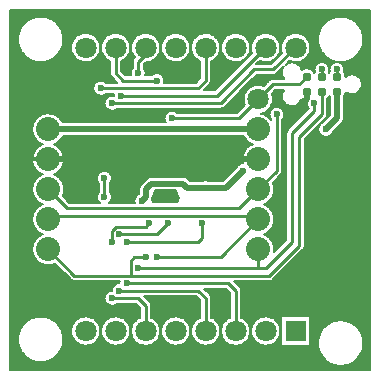
<source format=gtl>
G04 DipTrace 2.4.0.1*
%INminishift.front.gtl*%
%MOIN*%
%ADD13C,0.02*%
%ADD15C,0.01*%
%ADD16C,0.006*%
%ADD17C,0.013*%
%ADD19C,0.08*%
%ADD23R,0.0709X0.0709*%
%ADD24C,0.0709*%
%ADD27C,0.031*%
%ADD29C,0.0236*%
%FSLAX44Y44*%
G04*
G70*
G90*
G75*
G01*
%LNTop*%
%LPD*%
X14125Y13500D2*
D13*
Y13250D1*
X13375Y12500D1*
Y11250D1*
X12500D2*
X5500D1*
X8430Y10305D2*
X8875Y10750D1*
X10438D1*
X12500Y9250D2*
D15*
X12250D1*
X12125Y9375D1*
X5625D1*
X5500Y9250D1*
X9124Y8000D2*
X11250D1*
X12500Y9250D1*
X15125Y14000D2*
Y14250D1*
X14375Y13125D2*
Y12875D1*
X13625Y12125D1*
Y8500D1*
X12750Y7625D1*
X12500D1*
X8494D1*
X12500Y8250D2*
Y7625D1*
X8750Y8000D2*
X8375D1*
X8250Y7875D1*
Y7375D1*
X12875D1*
X13875Y8375D1*
Y12000D1*
X14625Y12750D1*
Y13500D1*
X5500Y8250D2*
X6375Y7375D1*
X8250D1*
X10750Y14975D2*
Y13875D1*
X10500Y13625D1*
X7250D1*
X7375Y10625D2*
Y10000D1*
X9500Y9125D2*
X9125Y8750D1*
X7875D1*
Y6875D2*
X10500D1*
X10750Y6625D1*
Y5526D1*
X7750Y14975D2*
Y14125D1*
X8000Y13875D1*
X9124D1*
X8875Y9125D2*
X8750Y9000D1*
X7750D1*
X7625Y8875D1*
Y8500D1*
Y6625D2*
X8500D1*
X8750Y6375D1*
Y5526D1*
Y14975D2*
Y14750D1*
X8500Y14500D1*
Y14125D1*
X7943Y13375D2*
X11125D1*
X12725Y14975D1*
X12750D1*
X13750D2*
X13725D1*
X13000Y14250D1*
X12375D1*
X11250Y13125D1*
X7625D1*
X11750Y5526D2*
Y6875D1*
X11500Y7125D1*
X8125D1*
Y8500D2*
X10500D1*
X10625Y8625D1*
Y9125D1*
X14125Y14000D2*
X13875Y13750D1*
X13000D1*
X12500Y13250D1*
X9625Y12625D2*
X11875D1*
X12500Y13250D1*
X14625Y14000D2*
Y14250D1*
X12500Y10250D2*
X13125Y10875D1*
Y12750D1*
X5500Y10250D2*
X6125Y9625D1*
X11875D1*
X12500Y10250D1*
X5500Y12250D2*
D13*
X12500D1*
X15125Y13500D2*
Y12625D1*
X14750Y12250D1*
X10750Y10305D2*
X10133D1*
X10000Y10438D1*
X8938D1*
X8750Y10250D1*
Y10000D1*
X8625Y9875D1*
X10750Y10305D2*
X11430D1*
X12000Y10875D1*
D29*
X13375Y11250D3*
X8430Y10305D3*
X10438Y10750D3*
X9124Y8000D3*
X15125Y14250D3*
X14375Y13125D3*
X8494Y7625D3*
X8750Y8000D3*
X7250Y13625D3*
X7375Y10625D3*
Y10000D3*
X9500Y9125D3*
X7875Y8750D3*
Y6875D3*
X9124Y13875D3*
X8875Y9125D3*
X7625Y8500D3*
Y6625D3*
X8500Y14125D3*
X7943Y13375D3*
X7625Y13125D3*
X8125Y7125D3*
Y8500D3*
X10625Y9125D3*
X9625Y12625D3*
X14625Y14250D3*
X13125Y12750D3*
X14625Y14250D3*
X14750Y12250D3*
X10750Y10305D3*
X8625Y9875D3*
X12000Y10875D3*
X10750Y10305D3*
X4233Y16178D2*
D16*
X16232D1*
X4233Y16120D2*
X16232D1*
X4233Y16061D2*
X16232D1*
X4233Y16002D2*
X5157D1*
X5343D2*
X15157D1*
X15344D2*
X16232D1*
X4233Y15944D2*
X4940D1*
X5560D2*
X14940D1*
X15560D2*
X16232D1*
X4233Y15885D2*
X4832D1*
X5669D2*
X14831D1*
X15669D2*
X16232D1*
X4233Y15826D2*
X4753D1*
X5747D2*
X14753D1*
X15748D2*
X16232D1*
X4233Y15768D2*
X4691D1*
X5809D2*
X14691D1*
X15809D2*
X16232D1*
X4233Y15709D2*
X4641D1*
X5859D2*
X14642D1*
X15858D2*
X16232D1*
X4233Y15650D2*
X4601D1*
X5899D2*
X14601D1*
X15900D2*
X16232D1*
X4233Y15592D2*
X4568D1*
X5932D2*
X14569D1*
X15932D2*
X16232D1*
X4233Y15533D2*
X4542D1*
X5958D2*
X14541D1*
X15959D2*
X16232D1*
X4233Y15474D2*
X4520D1*
X5980D2*
X14521D1*
X15979D2*
X16232D1*
X4233Y15416D2*
X4505D1*
X5995D2*
X6539D1*
X6962D2*
X7538D1*
X7962D2*
X8539D1*
X8962D2*
X9539D1*
X9962D2*
X10538D1*
X10962D2*
X11539D1*
X11962D2*
X12539D1*
X12962D2*
X13538D1*
X13962D2*
X14505D1*
X15995D2*
X16232D1*
X4233Y15357D2*
X4494D1*
X6006D2*
X6443D1*
X7057D2*
X7444D1*
X8057D2*
X8443D1*
X9058D2*
X9443D1*
X10057D2*
X10444D1*
X11057D2*
X11443D1*
X12058D2*
X12443D1*
X13057D2*
X13444D1*
X14057D2*
X14494D1*
X16006D2*
X16232D1*
X4233Y15298D2*
X4489D1*
X6012D2*
X6380D1*
X7120D2*
X7381D1*
X8119D2*
X8381D1*
X9120D2*
X9380D1*
X10120D2*
X10381D1*
X11119D2*
X11381D1*
X12120D2*
X12380D1*
X13120D2*
X13381D1*
X14119D2*
X14489D1*
X16012D2*
X16232D1*
X4233Y15239D2*
X4487D1*
X6014D2*
X6336D1*
X7164D2*
X7336D1*
X8164D2*
X8336D1*
X9165D2*
X9336D1*
X10164D2*
X10336D1*
X11164D2*
X11336D1*
X12165D2*
X12336D1*
X13164D2*
X13336D1*
X14164D2*
X14487D1*
X16013D2*
X16232D1*
X4233Y15181D2*
X4490D1*
X6010D2*
X6304D1*
X7197D2*
X7304D1*
X8197D2*
X8303D1*
X9197D2*
X9304D1*
X10197D2*
X10304D1*
X11197D2*
X11303D1*
X12197D2*
X12304D1*
X13197D2*
X13304D1*
X14197D2*
X14490D1*
X16010D2*
X16232D1*
X4233Y15122D2*
X4498D1*
X6002D2*
X6280D1*
X7220D2*
X7280D1*
X8220D2*
X8281D1*
X9220D2*
X9280D1*
X10220D2*
X10280D1*
X11220D2*
X11281D1*
X12220D2*
X12280D1*
X13220D2*
X13280D1*
X14220D2*
X14498D1*
X16003D2*
X16232D1*
X4233Y15063D2*
X4510D1*
X5990D2*
X6266D1*
X7234D2*
X7265D1*
X8235D2*
X8266D1*
X9235D2*
X9266D1*
X10234D2*
X10265D1*
X11235D2*
X11266D1*
X12235D2*
X12266D1*
X13234D2*
X13265D1*
X14235D2*
X14510D1*
X15991D2*
X16232D1*
X4233Y15005D2*
X4528D1*
X5972D2*
X6259D1*
X14242D2*
X14528D1*
X15973D2*
X16232D1*
X4233Y14946D2*
X4550D1*
X5950D2*
X6259D1*
X14242D2*
X14551D1*
X15949D2*
X16232D1*
X4233Y14887D2*
X4579D1*
X5921D2*
X6265D1*
X7235D2*
X7266D1*
X8235D2*
X8266D1*
X9235D2*
X9265D1*
X10235D2*
X10266D1*
X11235D2*
X11266D1*
X12235D2*
X12265D1*
X13235D2*
X13266D1*
X14235D2*
X14580D1*
X15921D2*
X16232D1*
X4233Y14829D2*
X4615D1*
X5885D2*
X6280D1*
X7220D2*
X7280D1*
X8221D2*
X8280D1*
X9221D2*
X9280D1*
X10220D2*
X10280D1*
X11221D2*
X11280D1*
X12221D2*
X12280D1*
X13220D2*
X13280D1*
X14221D2*
X14615D1*
X15886D2*
X16232D1*
X4233Y14770D2*
X4658D1*
X5842D2*
X6303D1*
X7198D2*
X7303D1*
X8198D2*
X8302D1*
X9197D2*
X9303D1*
X10198D2*
X10303D1*
X11198D2*
X11302D1*
X12197D2*
X12257D1*
X13198D2*
X13256D1*
X14198D2*
X14659D1*
X15841D2*
X16232D1*
X4233Y14711D2*
X4713D1*
X5789D2*
X6335D1*
X7166D2*
X7335D1*
X8165D2*
X8335D1*
X9166D2*
X9335D1*
X10166D2*
X10335D1*
X11165D2*
X11335D1*
X12166D2*
X12197D1*
X13166D2*
X13198D1*
X14165D2*
X14712D1*
X15788D2*
X16232D1*
X4233Y14653D2*
X4779D1*
X5721D2*
X6379D1*
X7121D2*
X7380D1*
X8121D2*
X8379D1*
X9121D2*
X9379D1*
X10121D2*
X10380D1*
X11121D2*
X11379D1*
X14121D2*
X14779D1*
X15721D2*
X16232D1*
X4233Y14594D2*
X4866D1*
X5634D2*
X6441D1*
X7059D2*
X7441D1*
X8059D2*
X8338D1*
X9060D2*
X9441D1*
X10059D2*
X10441D1*
X11059D2*
X11441D1*
X14059D2*
X14867D1*
X15634D2*
X16232D1*
X4233Y14535D2*
X4995D1*
X5506D2*
X6535D1*
X6965D2*
X7535D1*
X7966D2*
X8315D1*
X8965D2*
X9535D1*
X9965D2*
X10535D1*
X10966D2*
X11535D1*
X11965D2*
X12021D1*
X12965D2*
X13022D1*
X13966D2*
X14994D1*
X15506D2*
X16232D1*
X4233Y14477D2*
X7562D1*
X7938D2*
X8312D1*
X8740D2*
X10562D1*
X10938D2*
X11963D1*
X12490D2*
X12963D1*
X13490D2*
X13557D1*
X13694D2*
X14512D1*
X14738D2*
X15012D1*
X15239D2*
X16232D1*
X4233Y14418D2*
X7562D1*
X7938D2*
X8312D1*
X8688D2*
X10562D1*
X10938D2*
X11904D1*
X13828D2*
X14434D1*
X14817D2*
X14933D1*
X15317D2*
X16232D1*
X4233Y14359D2*
X7562D1*
X7938D2*
X8312D1*
X8688D2*
X10562D1*
X10938D2*
X11845D1*
X13890D2*
X14394D1*
X14856D2*
X14893D1*
X15357D2*
X16232D1*
X4233Y14300D2*
X7562D1*
X7938D2*
X8312D1*
X8688D2*
X10562D1*
X10938D2*
X11787D1*
X13927D2*
X14374D1*
X15376D2*
X16232D1*
X4233Y14242D2*
X7562D1*
X7938D2*
X8272D1*
X8728D2*
X10562D1*
X10938D2*
X11728D1*
X13256D2*
X13300D1*
X14286D2*
X14369D1*
X15381D2*
X16232D1*
X4233Y14183D2*
X7562D1*
X7956D2*
X8251D1*
X8750D2*
X10562D1*
X10938D2*
X11670D1*
X13197D2*
X13289D1*
X15373D2*
X16232D1*
X4233Y14124D2*
X7562D1*
X8014D2*
X8244D1*
X8757D2*
X9094D1*
X9154D2*
X10562D1*
X10938D2*
X11611D1*
X13139D2*
X13288D1*
X15391D2*
X16232D1*
X4233Y14066D2*
X7572D1*
X8073D2*
X8251D1*
X8749D2*
X8956D1*
X9293D2*
X10562D1*
X10938D2*
X11552D1*
X12454D2*
X13298D1*
X15411D2*
X15515D1*
X15736D2*
X16232D1*
X4233Y14007D2*
X7606D1*
X9343D2*
X10562D1*
X10938D2*
X11494D1*
X12396D2*
X13320D1*
X15842D2*
X16232D1*
X4233Y13948D2*
X7663D1*
X9370D2*
X10560D1*
X10938D2*
X11434D1*
X12337D2*
X13355D1*
X15898D2*
X16232D1*
X4233Y13890D2*
X7722D1*
X9380D2*
X10501D1*
X10938D2*
X11376D1*
X12278D2*
X12877D1*
X15932D2*
X16232D1*
X4233Y13831D2*
X7101D1*
X7398D2*
X7781D1*
X9376D2*
X10443D1*
X10933D2*
X11317D1*
X12220D2*
X12817D1*
X15953D2*
X16232D1*
X4233Y13772D2*
X7041D1*
X10906D2*
X11258D1*
X12161D2*
X12758D1*
X15962D2*
X16232D1*
X4233Y13714D2*
X7009D1*
X10852D2*
X11200D1*
X12103D2*
X12346D1*
X12655D2*
X12700D1*
X15961D2*
X16232D1*
X4233Y13655D2*
X6995D1*
X10794D2*
X11141D1*
X12044D2*
X12224D1*
X15949D2*
X16232D1*
X4233Y13596D2*
X6995D1*
X10735D2*
X11083D1*
X11985D2*
X12152D1*
X15926D2*
X16232D1*
X4233Y13538D2*
X7009D1*
X11926D2*
X12102D1*
X13051D2*
X13345D1*
X15886D2*
X16232D1*
X4233Y13479D2*
X7040D1*
X11867D2*
X12064D1*
X12992D2*
X13313D1*
X15823D2*
X16232D1*
X4233Y13420D2*
X7100D1*
X7399D2*
X7691D1*
X11809D2*
X12038D1*
X12962D2*
X13294D1*
X15407D2*
X15580D1*
X15670D2*
X16232D1*
X4233Y13361D2*
X7535D1*
X11750D2*
X12020D1*
X12980D2*
X13287D1*
X15383D2*
X16232D1*
X4233Y13303D2*
X7443D1*
X11691D2*
X12010D1*
X12990D2*
X13291D1*
X14840D2*
X14887D1*
X15363D2*
X16232D1*
X4233Y13244D2*
X7399D1*
X11633D2*
X12007D1*
X12992D2*
X13305D1*
X13946D2*
X13989D1*
X14813D2*
X14887D1*
X15363D2*
X16232D1*
X4233Y13185D2*
X7376D1*
X11574D2*
X12012D1*
X12989D2*
X13331D1*
X13920D2*
X14126D1*
X14813D2*
X14887D1*
X15363D2*
X16232D1*
X4233Y13127D2*
X7369D1*
X11516D2*
X12023D1*
X12976D2*
X13373D1*
X13877D2*
X14119D1*
X14813D2*
X14887D1*
X15363D2*
X16232D1*
X4233Y13068D2*
X7375D1*
X11457D2*
X12043D1*
X12958D2*
X13444D1*
X13807D2*
X14125D1*
X14813D2*
X14887D1*
X15363D2*
X16232D1*
X4233Y13009D2*
X7397D1*
X11398D2*
X11996D1*
X12929D2*
X14148D1*
X14813D2*
X14887D1*
X15363D2*
X16232D1*
X4233Y12951D2*
X7440D1*
X11308D2*
X11937D1*
X12889D2*
X12969D1*
X13281D2*
X14187D1*
X14813D2*
X14887D1*
X15363D2*
X16232D1*
X4233Y12892D2*
X7529D1*
X7721D2*
X11878D1*
X12836D2*
X12913D1*
X13337D2*
X14128D1*
X14813D2*
X14887D1*
X15363D2*
X16232D1*
X4233Y12833D2*
X9480D1*
X9770D2*
X11820D1*
X12757D2*
X12883D1*
X13367D2*
X14070D1*
X14813D2*
X14887D1*
X15363D2*
X16232D1*
X4233Y12775D2*
X5404D1*
X5597D2*
X9418D1*
X12609D2*
X12870D1*
X13381D2*
X14011D1*
X14813D2*
X14887D1*
X15363D2*
X16232D1*
X4233Y12716D2*
X5237D1*
X5764D2*
X9386D1*
X12764D2*
X12871D1*
X13380D2*
X13953D1*
X14810D2*
X14882D1*
X15363D2*
X16232D1*
X4233Y12657D2*
X5151D1*
X5850D2*
X9371D1*
X12849D2*
X12887D1*
X13364D2*
X13894D1*
X14788D2*
X14823D1*
X15363D2*
X16232D1*
X4233Y12599D2*
X5091D1*
X5909D2*
X9370D1*
X13331D2*
X13834D1*
X15361D2*
X16232D1*
X4233Y12540D2*
X5047D1*
X5953D2*
X9384D1*
X13313D2*
X13776D1*
X15347D2*
X16232D1*
X4233Y12481D2*
X5014D1*
X13313D2*
X13717D1*
X15314D2*
X16232D1*
X4233Y12422D2*
X4991D1*
X13313D2*
X13659D1*
X15257D2*
X16232D1*
X4233Y12364D2*
X4974D1*
X13313D2*
X13600D1*
X15198D2*
X16232D1*
X4233Y12305D2*
X4965D1*
X13313D2*
X13541D1*
X14444D2*
X14500D1*
X15139D2*
X16232D1*
X4233Y12246D2*
X4962D1*
X13313D2*
X13483D1*
X14386D2*
X14494D1*
X15081D2*
X16232D1*
X4233Y12188D2*
X4966D1*
X13313D2*
X13448D1*
X14326D2*
X14502D1*
X15022D2*
X16232D1*
X4233Y12129D2*
X4976D1*
X13313D2*
X13437D1*
X14267D2*
X14525D1*
X14975D2*
X16232D1*
X4233Y12070D2*
X4993D1*
X13313D2*
X13437D1*
X14209D2*
X14570D1*
X14930D2*
X16232D1*
X4233Y12012D2*
X5018D1*
X5982D2*
X12019D1*
X13313D2*
X13437D1*
X14150D2*
X14668D1*
X14833D2*
X16232D1*
X4233Y11953D2*
X5053D1*
X5948D2*
X12052D1*
X13313D2*
X13437D1*
X14092D2*
X16232D1*
X4233Y11894D2*
X5099D1*
X5902D2*
X12098D1*
X13313D2*
X13437D1*
X14063D2*
X16232D1*
X4233Y11836D2*
X5161D1*
X5840D2*
X12160D1*
X13313D2*
X13437D1*
X14063D2*
X16232D1*
X4233Y11777D2*
X5251D1*
X5750D2*
X12251D1*
X13313D2*
X13437D1*
X14063D2*
X16232D1*
X4233Y11718D2*
X5240D1*
X5760D2*
X12241D1*
X13313D2*
X13437D1*
X14063D2*
X16232D1*
X4233Y11660D2*
X5154D1*
X5847D2*
X12154D1*
X13313D2*
X13437D1*
X14063D2*
X16232D1*
X4233Y11601D2*
X5094D1*
X5907D2*
X12094D1*
X13313D2*
X13437D1*
X14063D2*
X16232D1*
X4233Y11542D2*
X5049D1*
X5951D2*
X12049D1*
X13313D2*
X13437D1*
X14063D2*
X16232D1*
X4233Y11483D2*
X5015D1*
X5985D2*
X12016D1*
X13313D2*
X13437D1*
X14063D2*
X16232D1*
X4233Y11425D2*
X4991D1*
X6009D2*
X11991D1*
X13313D2*
X13437D1*
X14063D2*
X16232D1*
X4233Y11366D2*
X4975D1*
X6026D2*
X11974D1*
X13313D2*
X13437D1*
X14063D2*
X16232D1*
X4233Y11307D2*
X4965D1*
X6035D2*
X11965D1*
X13313D2*
X13437D1*
X14063D2*
X16232D1*
X4233Y11249D2*
X4962D1*
X6038D2*
X11962D1*
X13313D2*
X13437D1*
X14063D2*
X16232D1*
X4233Y11190D2*
X4966D1*
X6035D2*
X11965D1*
X13313D2*
X13437D1*
X14063D2*
X16232D1*
X4233Y11131D2*
X4975D1*
X6025D2*
X11975D1*
X13313D2*
X13437D1*
X14063D2*
X16232D1*
X4233Y11073D2*
X4992D1*
X6008D2*
X11840D1*
X13313D2*
X13437D1*
X14063D2*
X16232D1*
X4233Y11014D2*
X5017D1*
X5983D2*
X11786D1*
X13313D2*
X13437D1*
X14063D2*
X16232D1*
X4233Y10955D2*
X5051D1*
X5949D2*
X11746D1*
X13313D2*
X13437D1*
X14063D2*
X16232D1*
X4233Y10897D2*
X5096D1*
X5904D2*
X11688D1*
X13313D2*
X13437D1*
X14063D2*
X16232D1*
X4233Y10838D2*
X5158D1*
X5843D2*
X7237D1*
X7514D2*
X11629D1*
X13309D2*
X13437D1*
X14063D2*
X16232D1*
X4233Y10779D2*
X5246D1*
X5754D2*
X7172D1*
X7578D2*
X11569D1*
X13286D2*
X13437D1*
X14063D2*
X16232D1*
X4233Y10721D2*
X5245D1*
X5755D2*
X7138D1*
X7613D2*
X11511D1*
X13234D2*
X13437D1*
X14063D2*
X16232D1*
X4233Y10662D2*
X5157D1*
X5844D2*
X7122D1*
X7629D2*
X8871D1*
X10067D2*
X11452D1*
X13175D2*
X13437D1*
X14063D2*
X16232D1*
X4233Y10603D2*
X5096D1*
X5905D2*
X7120D1*
X7631D2*
X8769D1*
X10170D2*
X11394D1*
X13117D2*
X13437D1*
X14063D2*
X16232D1*
X4233Y10544D2*
X5051D1*
X5950D2*
X7132D1*
X7619D2*
X8710D1*
X10228D2*
X10670D1*
X10831D2*
X11335D1*
X13058D2*
X13437D1*
X14063D2*
X16232D1*
X4233Y10486D2*
X5017D1*
X5984D2*
X7161D1*
X7590D2*
X8651D1*
X13000D2*
X13437D1*
X14063D2*
X16232D1*
X4233Y10427D2*
X4992D1*
X6008D2*
X7187D1*
X7563D2*
X8593D1*
X13008D2*
X13437D1*
X14063D2*
X16232D1*
X4233Y10368D2*
X4975D1*
X6025D2*
X7187D1*
X7563D2*
X8544D1*
X13025D2*
X13437D1*
X14063D2*
X16232D1*
X4233Y10310D2*
X4966D1*
X6035D2*
X7187D1*
X7563D2*
X8520D1*
X13036D2*
X13437D1*
X14063D2*
X16232D1*
X4233Y10251D2*
X4962D1*
X6038D2*
X7187D1*
X7563D2*
X8512D1*
X13038D2*
X13437D1*
X14063D2*
X16232D1*
X4233Y10192D2*
X4965D1*
X6035D2*
X7187D1*
X7563D2*
X8512D1*
X13036D2*
X13437D1*
X14063D2*
X16232D1*
X4233Y10134D2*
X4975D1*
X6026D2*
X7158D1*
X7593D2*
X8512D1*
X13025D2*
X13437D1*
X14063D2*
X16232D1*
X4233Y10075D2*
X4992D1*
X6009D2*
X7130D1*
X7621D2*
X8468D1*
X13008D2*
X13437D1*
X14063D2*
X16232D1*
X4233Y10016D2*
X5016D1*
X5998D2*
X7119D1*
X7631D2*
X8412D1*
X12984D2*
X13437D1*
X14063D2*
X16232D1*
X4233Y9958D2*
X5049D1*
X6057D2*
X7123D1*
X7628D2*
X8383D1*
X12951D2*
X13437D1*
X14063D2*
X16232D1*
X4233Y9899D2*
X5094D1*
X6115D2*
X7140D1*
X7610D2*
X8370D1*
X12906D2*
X13437D1*
X14063D2*
X16232D1*
X4233Y9840D2*
X5155D1*
X6174D2*
X7176D1*
X7574D2*
X8372D1*
X12845D2*
X13437D1*
X14063D2*
X16232D1*
X4233Y9782D2*
X5242D1*
X12759D2*
X13437D1*
X14063D2*
X16232D1*
X4233Y9723D2*
X5250D1*
X12751D2*
X13437D1*
X14063D2*
X16232D1*
X4233Y9664D2*
X5160D1*
X12841D2*
X13437D1*
X14063D2*
X16232D1*
X4233Y9605D2*
X5098D1*
X12902D2*
X13437D1*
X14063D2*
X16232D1*
X4233Y9547D2*
X5052D1*
X12948D2*
X13437D1*
X14063D2*
X16232D1*
X4233Y9488D2*
X5018D1*
X12982D2*
X13437D1*
X14063D2*
X16232D1*
X4233Y9429D2*
X4993D1*
X13007D2*
X13437D1*
X14063D2*
X16232D1*
X4233Y9371D2*
X4976D1*
X13024D2*
X13437D1*
X14063D2*
X16232D1*
X4233Y9312D2*
X4966D1*
X13035D2*
X13437D1*
X14063D2*
X16232D1*
X4233Y9253D2*
X4962D1*
X13038D2*
X13437D1*
X14063D2*
X16232D1*
X4233Y9195D2*
X4965D1*
X13036D2*
X13437D1*
X14063D2*
X16232D1*
X4233Y9136D2*
X4974D1*
X13026D2*
X13437D1*
X14063D2*
X16232D1*
X4233Y9077D2*
X4991D1*
X13009D2*
X13437D1*
X14063D2*
X16232D1*
X4233Y9019D2*
X5015D1*
X12986D2*
X13437D1*
X14063D2*
X16232D1*
X4233Y8960D2*
X5048D1*
X12952D2*
X13437D1*
X14063D2*
X16232D1*
X4233Y8901D2*
X5092D1*
X12908D2*
X13437D1*
X14063D2*
X16232D1*
X4233Y8843D2*
X5152D1*
X12848D2*
X13437D1*
X14063D2*
X16232D1*
X4233Y8784D2*
X5238D1*
X12763D2*
X13437D1*
X14063D2*
X16232D1*
X4233Y8725D2*
X5254D1*
X12747D2*
X13437D1*
X14063D2*
X16232D1*
X4233Y8666D2*
X5163D1*
X12838D2*
X13437D1*
X14063D2*
X16232D1*
X4233Y8608D2*
X5100D1*
X12901D2*
X13437D1*
X14063D2*
X16232D1*
X4233Y8549D2*
X5054D1*
X12946D2*
X13411D1*
X14063D2*
X16232D1*
X4233Y8490D2*
X5019D1*
X12981D2*
X13352D1*
X14063D2*
X16232D1*
X4233Y8432D2*
X4994D1*
X13006D2*
X13293D1*
X14063D2*
X16232D1*
X4233Y8373D2*
X4976D1*
X13024D2*
X13234D1*
X14063D2*
X16232D1*
X4233Y8314D2*
X4966D1*
X13035D2*
X13175D1*
X14053D2*
X16232D1*
X4233Y8256D2*
X4962D1*
X13038D2*
X13117D1*
X14019D2*
X16232D1*
X4233Y8197D2*
X4965D1*
X13961D2*
X16232D1*
X4233Y8138D2*
X4974D1*
X13902D2*
X16232D1*
X4233Y8080D2*
X4990D1*
X13844D2*
X16232D1*
X4233Y8021D2*
X5014D1*
X13785D2*
X16232D1*
X4233Y7962D2*
X5046D1*
X13726D2*
X16232D1*
X4233Y7904D2*
X5090D1*
X13667D2*
X16232D1*
X4233Y7845D2*
X5149D1*
X13608D2*
X16232D1*
X4233Y7786D2*
X5234D1*
X13550D2*
X16232D1*
X4233Y7727D2*
X5394D1*
X5607D2*
X5759D1*
X13491D2*
X16232D1*
X4233Y7669D2*
X5818D1*
X13432D2*
X16232D1*
X4233Y7610D2*
X5877D1*
X13374D2*
X16232D1*
X4233Y7551D2*
X5935D1*
X13315D2*
X16232D1*
X4233Y7493D2*
X5994D1*
X13257D2*
X16232D1*
X4233Y7434D2*
X6052D1*
X13198D2*
X16232D1*
X4233Y7375D2*
X6111D1*
X13139D2*
X16232D1*
X4233Y7317D2*
X6170D1*
X13081D2*
X16232D1*
X4233Y7258D2*
X6229D1*
X13021D2*
X16232D1*
X4233Y7199D2*
X6321D1*
X12929D2*
X16232D1*
X4233Y7141D2*
X7869D1*
X11748D2*
X16232D1*
X4233Y7082D2*
X7728D1*
X11807D2*
X16232D1*
X4233Y7023D2*
X7668D1*
X11866D2*
X16232D1*
X4233Y6965D2*
X7636D1*
X11915D2*
X16232D1*
X4233Y6906D2*
X7621D1*
X10733D2*
X11456D1*
X11936D2*
X16232D1*
X4233Y6847D2*
X7504D1*
X10792D2*
X11514D1*
X11939D2*
X16232D1*
X4233Y6788D2*
X7429D1*
X10850D2*
X11562D1*
X11939D2*
X16232D1*
X4233Y6730D2*
X7392D1*
X10906D2*
X11562D1*
X11939D2*
X16232D1*
X4233Y6671D2*
X7373D1*
X8718D2*
X10441D1*
X10933D2*
X11562D1*
X11939D2*
X16232D1*
X4233Y6612D2*
X7369D1*
X8776D2*
X10499D1*
X10938D2*
X11562D1*
X11939D2*
X16232D1*
X4233Y6554D2*
X7379D1*
X8836D2*
X10558D1*
X10938D2*
X11562D1*
X11939D2*
X16232D1*
X4233Y6495D2*
X7405D1*
X8894D2*
X10562D1*
X10938D2*
X11562D1*
X11939D2*
X16232D1*
X4233Y6436D2*
X7455D1*
X7796D2*
X8425D1*
X8928D2*
X10562D1*
X10938D2*
X11562D1*
X11939D2*
X16232D1*
X4233Y6378D2*
X7581D1*
X7669D2*
X8484D1*
X8939D2*
X10562D1*
X10938D2*
X11562D1*
X11939D2*
X16232D1*
X4233Y6319D2*
X8542D1*
X8939D2*
X10562D1*
X10938D2*
X11562D1*
X11939D2*
X16232D1*
X4233Y6260D2*
X8562D1*
X8939D2*
X10562D1*
X10938D2*
X11562D1*
X11939D2*
X16232D1*
X4233Y6202D2*
X8562D1*
X8939D2*
X10562D1*
X10938D2*
X11562D1*
X11939D2*
X16232D1*
X4233Y6143D2*
X8562D1*
X8939D2*
X10562D1*
X10938D2*
X11562D1*
X11939D2*
X16232D1*
X4233Y6084D2*
X8562D1*
X8939D2*
X10562D1*
X10938D2*
X11562D1*
X11939D2*
X16232D1*
X4233Y6026D2*
X8562D1*
X8939D2*
X10562D1*
X10938D2*
X11562D1*
X11939D2*
X16232D1*
X4233Y5967D2*
X4999D1*
X5501D2*
X6539D1*
X6961D2*
X7538D1*
X7962D2*
X8539D1*
X8962D2*
X9539D1*
X9961D2*
X10538D1*
X10962D2*
X11539D1*
X11962D2*
X12539D1*
X12961D2*
X13258D1*
X14243D2*
X16232D1*
X4233Y5908D2*
X4869D1*
X5631D2*
X6443D1*
X7057D2*
X7444D1*
X8057D2*
X8443D1*
X9057D2*
X9443D1*
X10057D2*
X10444D1*
X11057D2*
X11443D1*
X12057D2*
X12443D1*
X13057D2*
X13258D1*
X14243D2*
X16232D1*
X4233Y5849D2*
X4781D1*
X5719D2*
X6380D1*
X7120D2*
X7381D1*
X8119D2*
X8381D1*
X9120D2*
X9380D1*
X10120D2*
X10381D1*
X11119D2*
X11381D1*
X12120D2*
X12380D1*
X13120D2*
X13258D1*
X14243D2*
X15025D1*
X15476D2*
X16232D1*
X4233Y5791D2*
X4714D1*
X5787D2*
X6336D1*
X7164D2*
X7336D1*
X8164D2*
X8336D1*
X9165D2*
X9336D1*
X10164D2*
X10336D1*
X11164D2*
X11336D1*
X12165D2*
X12336D1*
X13164D2*
X13258D1*
X14243D2*
X14884D1*
X15616D2*
X16232D1*
X4233Y5732D2*
X4660D1*
X5840D2*
X6304D1*
X7197D2*
X7304D1*
X8197D2*
X8303D1*
X9196D2*
X9304D1*
X10197D2*
X10304D1*
X11197D2*
X11303D1*
X12196D2*
X12304D1*
X13197D2*
X13258D1*
X14243D2*
X14793D1*
X15709D2*
X16232D1*
X4233Y5673D2*
X4616D1*
X5884D2*
X6280D1*
X7220D2*
X7280D1*
X8220D2*
X8281D1*
X9220D2*
X9280D1*
X10220D2*
X10280D1*
X11220D2*
X11281D1*
X12220D2*
X12280D1*
X13220D2*
X13258D1*
X14243D2*
X14723D1*
X15779D2*
X16232D1*
X4233Y5615D2*
X4580D1*
X5920D2*
X6266D1*
X7234D2*
X7265D1*
X8235D2*
X8266D1*
X9235D2*
X9266D1*
X10234D2*
X10265D1*
X11235D2*
X11266D1*
X12235D2*
X12266D1*
X14243D2*
X14667D1*
X15834D2*
X16232D1*
X4233Y5556D2*
X4551D1*
X5949D2*
X6259D1*
X14243D2*
X14622D1*
X15879D2*
X16232D1*
X4233Y5497D2*
X4529D1*
X5972D2*
X6259D1*
X14243D2*
X14585D1*
X15916D2*
X16232D1*
X4233Y5439D2*
X4511D1*
X5989D2*
X6265D1*
X7235D2*
X7266D1*
X8235D2*
X8266D1*
X9235D2*
X9265D1*
X10235D2*
X10266D1*
X11235D2*
X11266D1*
X12235D2*
X12265D1*
X14243D2*
X14555D1*
X15946D2*
X16232D1*
X4233Y5380D2*
X4498D1*
X6002D2*
X6280D1*
X7220D2*
X7280D1*
X8221D2*
X8280D1*
X9221D2*
X9280D1*
X10220D2*
X10280D1*
X11221D2*
X11280D1*
X12221D2*
X12280D1*
X13220D2*
X13258D1*
X14243D2*
X14532D1*
X15970D2*
X16232D1*
X4233Y5321D2*
X4490D1*
X6010D2*
X6303D1*
X7198D2*
X7303D1*
X8198D2*
X8302D1*
X9197D2*
X9303D1*
X10198D2*
X10303D1*
X11198D2*
X11302D1*
X12197D2*
X12303D1*
X13198D2*
X13258D1*
X14243D2*
X14513D1*
X15988D2*
X16232D1*
X4233Y5263D2*
X4487D1*
X6014D2*
X6334D1*
X7166D2*
X7335D1*
X8165D2*
X8335D1*
X9166D2*
X9334D1*
X10166D2*
X10335D1*
X11165D2*
X11335D1*
X12166D2*
X12334D1*
X13166D2*
X13258D1*
X14243D2*
X14500D1*
X16002D2*
X16232D1*
X4233Y5204D2*
X4489D1*
X6012D2*
X6379D1*
X7121D2*
X7379D1*
X8121D2*
X8379D1*
X9121D2*
X9379D1*
X10121D2*
X10379D1*
X11121D2*
X11379D1*
X12121D2*
X12379D1*
X13121D2*
X13258D1*
X14243D2*
X14492D1*
X16010D2*
X16232D1*
X4233Y5145D2*
X4494D1*
X6006D2*
X6441D1*
X7059D2*
X7441D1*
X8059D2*
X8441D1*
X9060D2*
X9441D1*
X10059D2*
X10441D1*
X11059D2*
X11441D1*
X12060D2*
X12441D1*
X13059D2*
X13258D1*
X14243D2*
X14488D1*
X16014D2*
X16232D1*
X4233Y5087D2*
X4504D1*
X5996D2*
X6535D1*
X6965D2*
X7534D1*
X7966D2*
X8535D1*
X8966D2*
X9535D1*
X9965D2*
X10534D1*
X10966D2*
X11535D1*
X11966D2*
X12535D1*
X12965D2*
X13258D1*
X14243D2*
X14489D1*
X16013D2*
X16232D1*
X4233Y5028D2*
X4520D1*
X5980D2*
X14494D1*
X16007D2*
X16232D1*
X4233Y4969D2*
X4541D1*
X5959D2*
X14504D1*
X15998D2*
X16232D1*
X4233Y4910D2*
X4567D1*
X5933D2*
X14518D1*
X15983D2*
X16232D1*
X4233Y4852D2*
X4600D1*
X5900D2*
X14539D1*
X15963D2*
X16232D1*
X4233Y4793D2*
X4640D1*
X5860D2*
X14564D1*
X15937D2*
X16232D1*
X4233Y4734D2*
X4690D1*
X5810D2*
X14596D1*
X15906D2*
X16232D1*
X4233Y4676D2*
X4751D1*
X5749D2*
X14635D1*
X15867D2*
X16232D1*
X4233Y4617D2*
X4829D1*
X5671D2*
X14683D1*
X15819D2*
X16232D1*
X4233Y4558D2*
X4937D1*
X5564D2*
X14742D1*
X15760D2*
X16232D1*
X4233Y4500D2*
X5144D1*
X5357D2*
X14817D1*
X15684D2*
X16232D1*
X4233Y4441D2*
X14919D1*
X15583D2*
X16232D1*
X4233Y4382D2*
X15095D1*
X15406D2*
X16232D1*
X4233Y4324D2*
X16232D1*
X4233Y4265D2*
X16232D1*
X5724Y7767D2*
X5673Y7747D1*
X5616Y7730D1*
X5556Y7721D1*
X5496Y7718D1*
X5437Y7722D1*
X5378Y7732D1*
X5320Y7749D1*
X5265Y7773D1*
X5213Y7802D1*
X5164Y7837D1*
X5120Y7878D1*
X5080Y7923D1*
X5046Y7972D1*
X5018Y8025D1*
X4996Y8081D1*
X4980Y8138D1*
X4970Y8198D1*
X4968Y8258D1*
X4972Y8317D1*
X4983Y8376D1*
X5000Y8434D1*
X5024Y8489D1*
X5054Y8541D1*
X5090Y8589D1*
X5130Y8633D1*
X5176Y8672D1*
X5225Y8706D1*
X5278Y8734D1*
X5317Y8750D1*
X5265Y8773D1*
X5213Y8802D1*
X5164Y8837D1*
X5120Y8878D1*
X5080Y8923D1*
X5046Y8972D1*
X5018Y9025D1*
X4996Y9081D1*
X4980Y9138D1*
X4970Y9198D1*
X4968Y9258D1*
X4972Y9317D1*
X4983Y9376D1*
X5000Y9434D1*
X5024Y9489D1*
X5054Y9541D1*
X5090Y9589D1*
X5130Y9633D1*
X5176Y9672D1*
X5225Y9706D1*
X5278Y9734D1*
X5317Y9750D1*
X5265Y9773D1*
X5213Y9802D1*
X5164Y9837D1*
X5120Y9878D1*
X5080Y9923D1*
X5046Y9972D1*
X5018Y10025D1*
X4996Y10081D1*
X4980Y10138D1*
X4970Y10198D1*
X4968Y10258D1*
X4972Y10317D1*
X4983Y10376D1*
X5000Y10434D1*
X5024Y10489D1*
X5054Y10541D1*
X5090Y10589D1*
X5130Y10633D1*
X5176Y10672D1*
X5225Y10706D1*
X5278Y10734D1*
X5317Y10750D1*
X5265Y10773D1*
X5218Y10799D1*
X5173Y10830D1*
X5133Y10865D1*
X5095Y10904D1*
X5063Y10947D1*
X5034Y10993D1*
X5010Y11041D1*
X4992Y11092D1*
X4978Y11144D1*
X4970Y11198D1*
X4968Y11252D1*
X4971Y11305D1*
X4979Y11359D1*
X4993Y11411D1*
X5012Y11462D1*
X5035Y11510D1*
X5064Y11556D1*
X5097Y11598D1*
X5135Y11637D1*
X5176Y11672D1*
X5220Y11703D1*
X5267Y11729D1*
X5318Y11750D1*
X5265Y11773D1*
X5213Y11802D1*
X5164Y11837D1*
X5120Y11878D1*
X5080Y11923D1*
X5046Y11972D1*
X5018Y12025D1*
X4996Y12081D1*
X4980Y12138D1*
X4970Y12198D1*
X4968Y12258D1*
X4972Y12317D1*
X4983Y12376D1*
X5000Y12434D1*
X5024Y12489D1*
X5054Y12541D1*
X5090Y12589D1*
X5130Y12633D1*
X5176Y12672D1*
X5225Y12706D1*
X5278Y12734D1*
X5334Y12756D1*
X5392Y12771D1*
X5451Y12780D1*
X5511Y12782D1*
X5571Y12778D1*
X5630Y12767D1*
X5687Y12749D1*
X5742Y12724D1*
X5794Y12694D1*
X5842Y12658D1*
X5886Y12617D1*
X5925Y12572D1*
X5958Y12522D1*
X5979Y12483D1*
X6430D1*
X9420D1*
X9406Y12504D1*
X9393Y12531D1*
X9384Y12559D1*
X9377Y12588D1*
X9375Y12618D1*
X9376Y12648D1*
X9380Y12678D1*
X9388Y12707D1*
X9400Y12734D1*
X9414Y12761D1*
X9432Y12785D1*
X9453Y12807D1*
X9475Y12826D1*
X9500Y12842D1*
X9527Y12856D1*
X9556Y12866D1*
X9585Y12872D1*
X9615Y12875D1*
X9645D1*
X9674Y12871D1*
X9703Y12863D1*
X9731Y12852D1*
X9758Y12838D1*
X9797Y12807D1*
X11799Y12808D1*
X12052Y13060D1*
X12036Y13103D1*
X12022Y13162D1*
X12014Y13221D1*
Y13281D1*
X12022Y13341D1*
X12037Y13399D1*
X12058Y13455D1*
X12087Y13507D1*
X12122Y13556D1*
X12162Y13600D1*
X12208Y13639D1*
X12258Y13672D1*
X12312Y13699D1*
X12368Y13719D1*
X12427Y13731D1*
X12487Y13737D1*
X12546Y13735D1*
X12606Y13725D1*
X12663Y13709D1*
X12690Y13698D1*
X12871Y13879D1*
X12894Y13899D1*
X12920Y13914D1*
X12948Y13925D1*
X12977Y13931D1*
X13000Y13933D1*
X13374D1*
X13354Y13959D1*
X13324Y14010D1*
X13303Y14067D1*
X13294Y14126D1*
X13295Y14186D1*
X13306Y14245D1*
X13329Y14300D1*
X13360Y14351D1*
X13366Y14358D1*
X13129Y14121D1*
X13106Y14102D1*
X13081Y14086D1*
X13053Y14075D1*
X13023Y14069D1*
X13000Y14068D1*
X12450D1*
X12228Y13845D1*
X11379Y12996D1*
X11357Y12977D1*
X11331Y12962D1*
X11303Y12951D1*
X11274Y12945D1*
X11250Y12943D1*
X7796D1*
X7769Y12921D1*
X7743Y12905D1*
X7716Y12892D1*
X7688Y12883D1*
X7658Y12877D1*
X7628Y12875D1*
X7598Y12876D1*
X7569Y12881D1*
X7540Y12890D1*
X7513Y12902D1*
X7487Y12917D1*
X7463Y12935D1*
X7441Y12955D1*
X7422Y12979D1*
X7406Y13004D1*
X7393Y13031D1*
X7383Y13059D1*
X7377Y13089D1*
X7374Y13118D1*
X7375Y13148D1*
X7380Y13178D1*
X7388Y13207D1*
X7399Y13235D1*
X7414Y13261D1*
X7432Y13285D1*
X7452Y13307D1*
X7475Y13326D1*
X7500Y13343D1*
X7527Y13356D1*
X7555Y13366D1*
X7585Y13373D1*
X7614Y13376D1*
X7644Y13375D1*
X7693Y13366D1*
X7694Y13398D1*
X7702Y13443D1*
X7420D1*
X7394Y13420D1*
X7368Y13404D1*
X7341Y13392D1*
X7313Y13383D1*
X7283Y13377D1*
X7253Y13375D1*
X7223Y13376D1*
X7194Y13381D1*
X7165Y13389D1*
X7138Y13401D1*
X7112Y13416D1*
X7088Y13434D1*
X7066Y13455D1*
X7047Y13478D1*
X7031Y13504D1*
X7018Y13531D1*
X7008Y13559D1*
X7002Y13588D1*
X6999Y13618D1*
X7000Y13648D1*
X7005Y13678D1*
X7013Y13707D1*
X7024Y13734D1*
X7039Y13761D1*
X7057Y13785D1*
X7077Y13807D1*
X7100Y13826D1*
X7125Y13842D1*
X7152Y13856D1*
X7180Y13866D1*
X7210Y13872D1*
X7239Y13875D1*
X7269D1*
X7299Y13871D1*
X7328Y13863D1*
X7356Y13852D1*
X7382Y13838D1*
X7421Y13807D1*
X7810Y13808D1*
X7621Y13996D1*
X7602Y14019D1*
X7586Y14045D1*
X7575Y14073D1*
X7569Y14102D1*
X7568Y14125D1*
Y14524D1*
X7533Y14539D1*
X7481Y14569D1*
X7433Y14605D1*
X7390Y14647D1*
X7352Y14694D1*
X7321Y14745D1*
X7296Y14799D1*
X7278Y14857D1*
X7267Y14916D1*
X7263Y14975D1*
X7267Y15035D1*
X7278Y15094D1*
X7297Y15151D1*
X7322Y15206D1*
X7354Y15257D1*
X7391Y15303D1*
X7434Y15345D1*
X7482Y15381D1*
X7534Y15411D1*
X7590Y15434D1*
X7647Y15450D1*
X7707Y15459D1*
X7767Y15461D1*
X7826Y15455D1*
X7885Y15442D1*
X7941Y15422D1*
X7995Y15395D1*
X8045Y15362D1*
X8090Y15323D1*
X8130Y15278D1*
X8165Y15229D1*
X8193Y15177D1*
X8215Y15121D1*
X8229Y15062D1*
X8236Y15003D1*
Y14945D1*
X8229Y14885D1*
X8214Y14827D1*
X8192Y14771D1*
X8164Y14718D1*
X8129Y14669D1*
X8089Y14625D1*
X8043Y14586D1*
X7993Y14553D1*
X7940Y14526D1*
X7932Y14523D1*
X7933Y14285D1*
Y14201D1*
X8076Y14057D1*
X8260Y14058D1*
X8252Y14088D1*
X8250Y14118D1*
X8251Y14148D1*
X8255Y14178D1*
X8263Y14207D1*
X8275Y14234D1*
X8289Y14261D1*
X8318Y14296D1*
Y14500D1*
X8320Y14530D1*
X8328Y14559D1*
X8340Y14587D1*
X8356Y14612D1*
X8371Y14629D1*
X8389Y14647D1*
X8352Y14694D1*
X8321Y14745D1*
X8296Y14799D1*
X8278Y14857D1*
X8267Y14916D1*
X8263Y14975D1*
X8267Y15035D1*
X8278Y15094D1*
X8297Y15151D1*
X8322Y15206D1*
X8354Y15257D1*
X8391Y15303D1*
X8434Y15345D1*
X8482Y15381D1*
X8534Y15411D1*
X8590Y15434D1*
X8647Y15450D1*
X8707Y15459D1*
X8767Y15461D1*
X8826Y15455D1*
X8885Y15442D1*
X8941Y15422D1*
X8995Y15395D1*
X9045Y15362D1*
X9090Y15323D1*
X9130Y15278D1*
X9165Y15229D1*
X9193Y15177D1*
X9215Y15121D1*
X9229Y15062D1*
X9236Y15003D1*
Y14945D1*
X9229Y14885D1*
X9214Y14827D1*
X9192Y14771D1*
X9164Y14718D1*
X9129Y14669D1*
X9089Y14625D1*
X9043Y14586D1*
X8993Y14553D1*
X8940Y14526D1*
X8883Y14506D1*
X8824Y14494D1*
X8765Y14488D1*
X8745D1*
X8682Y14424D1*
X8683Y14297D1*
X8699Y14278D1*
X8716Y14253D1*
X8729Y14226D1*
X8740Y14198D1*
X8747Y14169D1*
X8751Y14125D1*
X8749Y14095D1*
X8741Y14058D1*
X8952D1*
X9000Y14092D1*
X9026Y14106D1*
X9055Y14116D1*
X9084Y14122D1*
X9114Y14125D1*
X9144D1*
X9173Y14121D1*
X9202Y14113D1*
X9230Y14102D1*
X9257Y14088D1*
X9281Y14070D1*
X9303Y14050D1*
X9323Y14028D1*
X9340Y14003D1*
X9353Y13976D1*
X9364Y13948D1*
X9371Y13919D1*
X9375Y13875D1*
X9373Y13845D1*
X9365Y13808D1*
X10425D1*
X10568Y13951D1*
Y14523D1*
X10506Y14553D1*
X10456Y14587D1*
X10411Y14626D1*
X10371Y14670D1*
X10336Y14719D1*
X10308Y14772D1*
X10286Y14828D1*
X10272Y14886D1*
X10264Y14945D1*
Y15005D1*
X10272Y15065D1*
X10287Y15123D1*
X10308Y15179D1*
X10337Y15232D1*
X10372Y15281D1*
X10412Y15325D1*
X10458Y15364D1*
X10508Y15397D1*
X10562Y15423D1*
X10618Y15443D1*
X10677Y15456D1*
X10737Y15461D1*
X10796Y15459D1*
X10856Y15450D1*
X10913Y15433D1*
X10968Y15410D1*
X11020Y15379D1*
X11068Y15343D1*
X11111Y15301D1*
X11148Y15254D1*
X11180Y15203D1*
X11205Y15149D1*
X11223Y15092D1*
X11233Y15033D1*
X11237Y14975D1*
X11233Y14915D1*
X11222Y14856D1*
X11204Y14799D1*
X11179Y14744D1*
X11147Y14693D1*
X11110Y14647D1*
X11067Y14605D1*
X11019Y14569D1*
X10967Y14539D1*
X10932Y14523D1*
X10933Y14285D1*
Y13875D1*
X10930Y13845D1*
X10923Y13816D1*
X10911Y13789D1*
X10895Y13764D1*
X10879Y13746D1*
X10690Y13557D1*
X11049Y13558D1*
X11802Y14310D1*
X12295Y14803D1*
X12278Y14857D1*
X12267Y14916D1*
X12263Y14975D1*
X12267Y15035D1*
X12278Y15094D1*
X12297Y15151D1*
X12322Y15206D1*
X12354Y15257D1*
X12391Y15303D1*
X12434Y15345D1*
X12482Y15381D1*
X12534Y15411D1*
X12590Y15434D1*
X12647Y15450D1*
X12707Y15459D1*
X12767Y15461D1*
X12826Y15455D1*
X12885Y15442D1*
X12941Y15422D1*
X12995Y15395D1*
X13045Y15362D1*
X13090Y15323D1*
X13130Y15278D1*
X13165Y15229D1*
X13193Y15177D1*
X13215Y15121D1*
X13229Y15062D1*
X13236Y15003D1*
Y14945D1*
X13229Y14885D1*
X13214Y14827D1*
X13192Y14771D1*
X13164Y14718D1*
X13129Y14669D1*
X13089Y14625D1*
X13043Y14586D1*
X12993Y14553D1*
X12940Y14526D1*
X12883Y14506D1*
X12824Y14494D1*
X12765Y14488D1*
X12705Y14490D1*
X12646Y14499D1*
X12588Y14516D1*
X12542Y14535D1*
X12441Y14433D1*
X12925D1*
X13147Y14655D1*
X13295Y14803D1*
X13278Y14857D1*
X13267Y14916D1*
X13263Y14975D1*
X13267Y15035D1*
X13278Y15094D1*
X13297Y15151D1*
X13322Y15206D1*
X13354Y15257D1*
X13391Y15303D1*
X13434Y15345D1*
X13482Y15381D1*
X13534Y15411D1*
X13590Y15434D1*
X13647Y15450D1*
X13707Y15459D1*
X13767Y15461D1*
X13826Y15455D1*
X13885Y15442D1*
X13941Y15422D1*
X13995Y15395D1*
X14045Y15362D1*
X14090Y15323D1*
X14130Y15278D1*
X14165Y15229D1*
X14193Y15177D1*
X14215Y15121D1*
X14229Y15062D1*
X14236Y15003D1*
Y14945D1*
X14229Y14885D1*
X14214Y14827D1*
X14192Y14771D1*
X14164Y14718D1*
X14129Y14669D1*
X14089Y14625D1*
X14043Y14586D1*
X13993Y14553D1*
X13940Y14526D1*
X13883Y14506D1*
X13824Y14494D1*
X13765Y14488D1*
X13705Y14490D1*
X13646Y14499D1*
X13588Y14516D1*
X13542Y14535D1*
X13418Y14410D1*
X13448Y14432D1*
X13502Y14459D1*
X13559Y14476D1*
X13619Y14483D1*
X13679Y14478D1*
X13737Y14463D1*
X13791Y14438D1*
X13840Y14404D1*
X13882Y14361D1*
X13916Y14312D1*
X13940Y14257D1*
X13949Y14227D1*
X13978Y14247D1*
X14005Y14261D1*
X14033Y14272D1*
X14061Y14280D1*
X14091Y14286D1*
X14121Y14288D1*
X14151Y14286D1*
X14180Y14282D1*
X14210Y14275D1*
X14238Y14265D1*
X14265Y14251D1*
X14290Y14236D1*
X14314Y14217D1*
X14335Y14196D1*
X14355Y14173D1*
X14375Y14141D1*
X14384Y14184D1*
X14377Y14213D1*
X14375Y14243D1*
X14376Y14273D1*
X14380Y14303D1*
X14388Y14332D1*
X14400Y14359D1*
X14414Y14386D1*
X14432Y14410D1*
X14453Y14432D1*
X14475Y14451D1*
X14500Y14467D1*
X14527Y14481D1*
X14556Y14491D1*
X14585Y14497D1*
X14615Y14500D1*
X14645D1*
X14674Y14496D1*
X14703Y14488D1*
X14731Y14477D1*
X14758Y14463D1*
X14782Y14445D1*
X14804Y14425D1*
X14824Y14403D1*
X14841Y14378D1*
X14854Y14351D1*
X14865Y14323D1*
X14872Y14294D1*
X14875Y14265D1*
X14880Y14303D1*
X14888Y14332D1*
X14900Y14359D1*
X14914Y14386D1*
X14932Y14410D1*
X14953Y14432D1*
X14975Y14451D1*
X15000Y14467D1*
X15027Y14481D1*
X15056Y14491D1*
X15085Y14497D1*
X15115Y14500D1*
X15145D1*
X15174Y14496D1*
X15203Y14488D1*
X15231Y14477D1*
X15258Y14463D1*
X15282Y14445D1*
X15304Y14425D1*
X15324Y14403D1*
X15341Y14378D1*
X15354Y14351D1*
X15365Y14323D1*
X15372Y14294D1*
X15376Y14250D1*
X15374Y14220D1*
X15369Y14191D1*
X15361Y14165D1*
X15385Y14122D1*
X15397Y14094D1*
X15405Y14065D1*
X15410Y14036D1*
X15413Y14005D1*
X15448Y14032D1*
X15502Y14059D1*
X15559Y14076D1*
X15619Y14083D1*
X15679Y14078D1*
X15737Y14063D1*
X15791Y14038D1*
X15840Y14004D1*
X15882Y13961D1*
X15916Y13912D1*
X15940Y13857D1*
X15954Y13799D1*
X15958Y13750D1*
X15952Y13690D1*
X15936Y13633D1*
X15910Y13579D1*
X15875Y13530D1*
X15831Y13489D1*
X15781Y13457D1*
X15726Y13433D1*
X15667Y13420D1*
X15607Y13418D1*
X15548Y13427D1*
X15491Y13446D1*
X15439Y13475D1*
X15413Y13495D1*
X15406Y13441D1*
X15399Y13412D1*
X15388Y13384D1*
X15374Y13357D1*
X15357Y13331D1*
X15358Y12625D1*
X15356Y12595D1*
X15350Y12566D1*
X15340Y12537D1*
X15327Y12510D1*
X15311Y12485D1*
X15290Y12461D1*
X14980Y12151D1*
X14957Y12109D1*
X14939Y12085D1*
X14918Y12064D1*
X14894Y12045D1*
X14869Y12029D1*
X14842Y12017D1*
X14813Y12008D1*
X14784Y12002D1*
X14754Y12000D1*
X14724Y12001D1*
X14694Y12006D1*
X14665Y12014D1*
X14638Y12026D1*
X14612Y12041D1*
X14588Y12059D1*
X14566Y12080D1*
X14547Y12103D1*
X14531Y12129D1*
X14518Y12156D1*
X14509Y12184D1*
X14502Y12213D1*
X14500Y12243D1*
X14501Y12273D1*
X14505Y12303D1*
X14513Y12332D1*
X14525Y12359D1*
X14539Y12386D1*
X14557Y12410D1*
X14578Y12432D1*
X14600Y12451D1*
X14625Y12467D1*
X14652Y12480D1*
X14893Y12721D1*
Y13331D1*
X14875Y13359D1*
X14858Y13332D1*
X14839Y13308D1*
X14807Y13278D1*
X14808Y12750D1*
X14805Y12720D1*
X14798Y12691D1*
X14786Y12664D1*
X14770Y12639D1*
X14754Y12621D1*
X14057Y11924D1*
X14058Y8375D1*
X14055Y8345D1*
X14048Y8316D1*
X14036Y8289D1*
X14020Y8264D1*
X14004Y8246D1*
X13004Y7246D1*
X12981Y7227D1*
X12956Y7211D1*
X12928Y7200D1*
X12898Y7194D1*
X12875Y7193D1*
X11691D1*
X11879Y7004D1*
X11899Y6981D1*
X11914Y6956D1*
X11925Y6928D1*
X11931Y6898D1*
X11933Y6875D1*
Y5976D1*
X11968Y5961D1*
X12020Y5931D1*
X12068Y5894D1*
X12111Y5853D1*
X12148Y5806D1*
X12180Y5755D1*
X12205Y5700D1*
X12223Y5643D1*
X12233Y5584D1*
X12237Y5526D1*
X12233Y5466D1*
X12222Y5407D1*
X12204Y5350D1*
X12179Y5295D1*
X12147Y5244D1*
X12110Y5198D1*
X12067Y5156D1*
X12019Y5120D1*
X11967Y5090D1*
X11912Y5067D1*
X11854Y5050D1*
X11795Y5041D1*
X11735Y5039D1*
X11675Y5045D1*
X11616Y5058D1*
X11560Y5078D1*
X11506Y5105D1*
X11456Y5138D1*
X11411Y5177D1*
X11371Y5221D1*
X11336Y5270D1*
X11308Y5323D1*
X11286Y5379D1*
X11272Y5437D1*
X11264Y5497D1*
Y5557D1*
X11272Y5616D1*
X11287Y5674D1*
X11308Y5730D1*
X11337Y5783D1*
X11372Y5832D1*
X11412Y5876D1*
X11458Y5915D1*
X11508Y5948D1*
X11568Y5977D1*
Y6800D1*
X11424Y6943D1*
X10691D1*
X10879Y6754D1*
X10899Y6731D1*
X10914Y6706D1*
X10925Y6678D1*
X10931Y6648D1*
X10933Y6625D1*
Y5977D1*
X10995Y5947D1*
X11045Y5913D1*
X11090Y5874D1*
X11130Y5830D1*
X11165Y5781D1*
X11193Y5728D1*
X11215Y5672D1*
X11229Y5614D1*
X11236Y5554D1*
Y5496D1*
X11229Y5436D1*
X11214Y5378D1*
X11192Y5322D1*
X11164Y5269D1*
X11129Y5220D1*
X11089Y5176D1*
X11043Y5137D1*
X10993Y5104D1*
X10940Y5077D1*
X10883Y5058D1*
X10824Y5045D1*
X10765Y5039D1*
X10705Y5041D1*
X10646Y5050D1*
X10588Y5067D1*
X10533Y5090D1*
X10481Y5120D1*
X10433Y5157D1*
X10390Y5198D1*
X10352Y5245D1*
X10321Y5296D1*
X10296Y5351D1*
X10278Y5408D1*
X10267Y5467D1*
X10263Y5527D1*
X10267Y5586D1*
X10278Y5645D1*
X10297Y5703D1*
X10322Y5757D1*
X10354Y5808D1*
X10391Y5854D1*
X10434Y5896D1*
X10482Y5932D1*
X10534Y5962D1*
X10568Y5977D1*
Y6550D1*
X10424Y6693D1*
X8690D1*
X8879Y6504D1*
X8899Y6481D1*
X8914Y6456D1*
X8925Y6428D1*
X8931Y6398D1*
X8933Y6375D1*
Y5977D1*
X8968Y5961D1*
X9020Y5931D1*
X9068Y5894D1*
X9111Y5853D1*
X9148Y5806D1*
X9180Y5755D1*
X9205Y5700D1*
X9223Y5643D1*
X9233Y5584D1*
X9237Y5526D1*
X9233Y5466D1*
X9222Y5407D1*
X9204Y5350D1*
X9179Y5295D1*
X9147Y5244D1*
X9110Y5198D1*
X9067Y5156D1*
X9019Y5120D1*
X8967Y5090D1*
X8912Y5067D1*
X8854Y5050D1*
X8795Y5041D1*
X8735Y5039D1*
X8675Y5045D1*
X8616Y5058D1*
X8560Y5078D1*
X8506Y5105D1*
X8456Y5138D1*
X8411Y5177D1*
X8371Y5221D1*
X8336Y5270D1*
X8308Y5323D1*
X8286Y5379D1*
X8272Y5437D1*
X8264Y5497D1*
Y5557D1*
X8272Y5616D1*
X8287Y5674D1*
X8308Y5730D1*
X8337Y5783D1*
X8372Y5832D1*
X8412Y5876D1*
X8458Y5915D1*
X8508Y5948D1*
X8568Y5977D1*
Y6299D1*
X8424Y6443D1*
X7796D1*
X7769Y6420D1*
X7744Y6404D1*
X7717Y6392D1*
X7688Y6383D1*
X7659Y6377D1*
X7629Y6375D1*
X7599Y6376D1*
X7569Y6381D1*
X7540Y6389D1*
X7513Y6401D1*
X7487Y6416D1*
X7463Y6434D1*
X7441Y6455D1*
X7422Y6478D1*
X7406Y6504D1*
X7393Y6531D1*
X7384Y6559D1*
X7377Y6588D1*
X7375Y6618D1*
X7376Y6648D1*
X7380Y6678D1*
X7388Y6707D1*
X7400Y6734D1*
X7414Y6761D1*
X7432Y6785D1*
X7453Y6807D1*
X7475Y6826D1*
X7500Y6842D1*
X7527Y6856D1*
X7556Y6866D1*
X7585Y6872D1*
X7625Y6875D1*
X7626Y6898D1*
X7630Y6928D1*
X7638Y6957D1*
X7650Y6984D1*
X7664Y7011D1*
X7682Y7035D1*
X7703Y7057D1*
X7725Y7076D1*
X7750Y7092D1*
X7777Y7106D1*
X7806Y7116D1*
X7835Y7122D1*
X7875Y7125D1*
X7876Y7148D1*
X7885Y7193D1*
X6375D1*
X6345Y7195D1*
X6316Y7203D1*
X6289Y7215D1*
X6264Y7231D1*
X6246Y7246D1*
X5724Y7768D1*
X6032Y10220D2*
X6025Y10161D1*
X6012Y10102D1*
X5992Y10046D1*
X5983Y10026D1*
X6201Y9807D1*
X6725Y9808D1*
X7215D1*
X7191Y9830D1*
X7172Y9853D1*
X7156Y9879D1*
X7143Y9906D1*
X7134Y9934D1*
X7127Y9963D1*
X7125Y9993D1*
X7126Y10023D1*
X7130Y10053D1*
X7138Y10082D1*
X7150Y10109D1*
X7164Y10136D1*
X7193Y10171D1*
Y10453D1*
X7172Y10478D1*
X7156Y10504D1*
X7143Y10531D1*
X7134Y10559D1*
X7127Y10588D1*
X7125Y10618D1*
X7126Y10648D1*
X7130Y10678D1*
X7138Y10707D1*
X7150Y10734D1*
X7164Y10761D1*
X7182Y10785D1*
X7203Y10807D1*
X7225Y10826D1*
X7250Y10842D1*
X7277Y10856D1*
X7306Y10866D1*
X7335Y10872D1*
X7365Y10875D1*
X7395D1*
X7424Y10871D1*
X7453Y10863D1*
X7481Y10852D1*
X7508Y10838D1*
X7532Y10820D1*
X7554Y10800D1*
X7574Y10778D1*
X7591Y10753D1*
X7604Y10726D1*
X7615Y10698D1*
X7622Y10669D1*
X7626Y10625D1*
X7624Y10595D1*
X7619Y10566D1*
X7610Y10537D1*
X7597Y10510D1*
X7582Y10484D1*
X7558Y10454D1*
Y10172D1*
X7591Y10128D1*
X7604Y10101D1*
X7615Y10073D1*
X7622Y10044D1*
X7626Y10000D1*
X7624Y9970D1*
X7619Y9941D1*
X7610Y9912D1*
X7597Y9885D1*
X7582Y9859D1*
X7564Y9835D1*
X7535Y9808D1*
X8384Y9809D1*
X8377Y9838D1*
X8375Y9868D1*
X8376Y9898D1*
X8380Y9928D1*
X8388Y9957D1*
X8400Y9984D1*
X8414Y10011D1*
X8432Y10035D1*
X8453Y10057D1*
X8475Y10076D1*
X8518Y10101D1*
Y10250D1*
X8520Y10280D1*
X8525Y10310D1*
X8535Y10338D1*
X8548Y10365D1*
X8565Y10390D1*
X8586Y10415D1*
X8773Y10602D1*
X8796Y10622D1*
X8821Y10639D1*
X8848Y10652D1*
X8876Y10662D1*
X8905Y10668D1*
X8938Y10670D1*
X10000D1*
X10030Y10668D1*
X10060Y10662D1*
X10088Y10653D1*
X10115Y10640D1*
X10140Y10623D1*
X10165Y10602D1*
X10229Y10538D1*
X10657D1*
X10681Y10546D1*
X10710Y10553D1*
X10740Y10556D1*
X10770Y10555D1*
X10799Y10551D1*
X10843Y10537D1*
X11334Y10538D1*
X11770Y10974D1*
X11789Y11011D1*
X11807Y11035D1*
X11828Y11057D1*
X11850Y11076D1*
X11875Y11092D1*
X11902Y11106D1*
X11931Y11116D1*
X11960Y11122D1*
X11983Y11125D1*
X11975Y11162D1*
X11969Y11216D1*
X11968Y11270D1*
X11973Y11323D1*
X11983Y11376D1*
X11998Y11428D1*
X12019Y11478D1*
X12045Y11526D1*
X12075Y11570D1*
X12109Y11612D1*
X12148Y11649D1*
X12190Y11683D1*
X12236Y11712D1*
X12284Y11737D1*
X12318Y11750D1*
X12265Y11773D1*
X12213Y11802D1*
X12164Y11837D1*
X12120Y11878D1*
X12080Y11923D1*
X12046Y11972D1*
X12022Y12017D1*
X11270Y12018D1*
X5980D1*
X5950Y11966D1*
X5915Y11917D1*
X5875Y11872D1*
X5830Y11833D1*
X5781Y11798D1*
X5729Y11769D1*
X5683Y11750D1*
X5737Y11727D1*
X5784Y11701D1*
X5828Y11670D1*
X5869Y11634D1*
X5906Y11595D1*
X5939Y11552D1*
X5967Y11506D1*
X5990Y11458D1*
X6009Y11407D1*
X6022Y11355D1*
X6030Y11301D1*
X6033Y11244D1*
X6029Y11190D1*
X6020Y11137D1*
X6006Y11085D1*
X5987Y11035D1*
X5963Y10986D1*
X5934Y10941D1*
X5900Y10899D1*
X5862Y10860D1*
X5821Y10825D1*
X5776Y10795D1*
X5729Y10769D1*
X5683Y10750D1*
X5742Y10724D1*
X5794Y10694D1*
X5842Y10658D1*
X5886Y10617D1*
X5925Y10572D1*
X5958Y10522D1*
X5986Y10469D1*
X6007Y10413D1*
X6022Y10355D1*
X6031Y10295D1*
X6033Y10250D1*
X6032Y10220D1*
X12598Y12773D2*
X12659Y12758D1*
X12715Y12737D1*
X12768Y12710D1*
X12818Y12677D1*
X12864Y12638D1*
X12906Y12595D1*
X12942Y12546D1*
X12943Y12579D1*
X12922Y12603D1*
X12906Y12629D1*
X12893Y12656D1*
X12884Y12684D1*
X12877Y12713D1*
X12875Y12743D1*
X12876Y12773D1*
X12880Y12803D1*
X12888Y12832D1*
X12900Y12859D1*
X12914Y12886D1*
X12932Y12910D1*
X12953Y12932D1*
X12975Y12951D1*
X13000Y12967D1*
X13027Y12981D1*
X13056Y12991D1*
X13085Y12997D1*
X13115Y13000D1*
X13145D1*
X13174Y12996D1*
X13203Y12988D1*
X13231Y12977D1*
X13258Y12963D1*
X13282Y12945D1*
X13304Y12925D1*
X13324Y12903D1*
X13341Y12878D1*
X13354Y12851D1*
X13365Y12823D1*
X13372Y12794D1*
X13376Y12750D1*
X13374Y12720D1*
X13369Y12691D1*
X13360Y12662D1*
X13347Y12635D1*
X13332Y12609D1*
X13308Y12579D1*
Y10875D1*
X13305Y10845D1*
X13298Y10816D1*
X13286Y10789D1*
X13270Y10764D1*
X13254Y10746D1*
X12983Y10475D1*
X13007Y10413D1*
X13022Y10355D1*
X13031Y10295D1*
X13033Y10250D1*
X13029Y10190D1*
X13019Y10131D1*
X13002Y10074D1*
X12979Y10018D1*
X12950Y9966D1*
X12915Y9917D1*
X12875Y9872D1*
X12830Y9833D1*
X12781Y9798D1*
X12729Y9769D1*
X12683Y9750D1*
X12742Y9724D1*
X12794Y9694D1*
X12842Y9658D1*
X12886Y9617D1*
X12925Y9572D1*
X12958Y9522D1*
X12986Y9469D1*
X13007Y9413D1*
X13022Y9355D1*
X13031Y9295D1*
X13033Y9250D1*
X13029Y9190D1*
X13019Y9131D1*
X13002Y9074D1*
X12979Y9018D1*
X12950Y8966D1*
X12915Y8917D1*
X12875Y8872D1*
X12830Y8833D1*
X12781Y8798D1*
X12729Y8769D1*
X12683Y8750D1*
X12742Y8724D1*
X12794Y8694D1*
X12842Y8658D1*
X12886Y8617D1*
X12925Y8572D1*
X12958Y8522D1*
X12986Y8469D1*
X13007Y8413D1*
X13022Y8355D1*
X13031Y8295D1*
X13033Y8250D1*
X13029Y8190D1*
X13024Y8158D1*
X13443Y8575D1*
Y12125D1*
X13445Y12155D1*
X13453Y12184D1*
X13465Y12212D1*
X13481Y12237D1*
X13496Y12254D1*
X14193Y12951D1*
X14172Y12978D1*
X14156Y13004D1*
X14143Y13031D1*
X14134Y13059D1*
X14127Y13088D1*
X14125Y13118D1*
X14126Y13148D1*
X14130Y13178D1*
X14141Y13213D1*
X14097Y13214D1*
X14055Y13221D1*
X14015Y13235D1*
X13978Y13253D1*
X13948Y13274D1*
X13936Y13233D1*
X13910Y13179D1*
X13875Y13130D1*
X13831Y13089D1*
X13781Y13057D1*
X13726Y13033D1*
X13667Y13020D1*
X13607Y13018D1*
X13548Y13027D1*
X13491Y13046D1*
X13439Y13075D1*
X13392Y13113D1*
X13354Y13159D1*
X13324Y13210D1*
X13303Y13267D1*
X13294Y13326D1*
X13295Y13386D1*
X13306Y13445D1*
X13329Y13500D1*
X13360Y13551D1*
X13374Y13568D1*
X13075D1*
X12948Y13440D1*
X12965Y13396D1*
X12979Y13338D1*
X12986Y13278D1*
Y13220D1*
X12979Y13161D1*
X12964Y13103D1*
X12942Y13047D1*
X12914Y12994D1*
X12879Y12945D1*
X12839Y12901D1*
X12793Y12862D1*
X12743Y12829D1*
X12690Y12802D1*
X12633Y12782D1*
X12597Y12773D1*
X16007Y15220D2*
X16002Y15160D1*
X15993Y15101D1*
X15979Y15043D1*
X15960Y14986D1*
X15937Y14931D1*
X15909Y14877D1*
X15878Y14826D1*
X15842Y14778D1*
X15803Y14732D1*
X15760Y14690D1*
X15714Y14652D1*
X15666Y14617D1*
X15614Y14586D1*
X15560Y14559D1*
X15505Y14537D1*
X15448Y14519D1*
X15389Y14506D1*
X15330Y14497D1*
X15270Y14493D1*
X15210Y14494D1*
X15150Y14499D1*
X15091Y14510D1*
X15033Y14525D1*
X14976Y14544D1*
X14921Y14568D1*
X14868Y14596D1*
X14818Y14628D1*
X14770Y14665D1*
X14725Y14704D1*
X14683Y14748D1*
X14645Y14794D1*
X14611Y14843D1*
X14581Y14895D1*
X14555Y14949D1*
X14533Y15005D1*
X14516Y15063D1*
X14504Y15121D1*
X14496Y15181D1*
X14493Y15241D1*
X14494Y15301D1*
X14501Y15360D1*
X14512Y15419D1*
X14528Y15477D1*
X14548Y15534D1*
X14572Y15588D1*
X14601Y15641D1*
X14634Y15691D1*
X14671Y15738D1*
X14712Y15783D1*
X14755Y15824D1*
X14802Y15861D1*
X14852Y15895D1*
X14904Y15924D1*
X14959Y15949D1*
X15015Y15970D1*
X15073Y15986D1*
X15132Y15998D1*
X15191Y16005D1*
X15251Y16008D1*
X15311Y16005D1*
X15370Y15998D1*
X15429Y15986D1*
X15487Y15970D1*
X15543Y15949D1*
X15598Y15923D1*
X15650Y15894D1*
X15699Y15860D1*
X15746Y15823D1*
X15790Y15781D1*
X15830Y15737D1*
X15867Y15690D1*
X15900Y15639D1*
X15929Y15587D1*
X15953Y15532D1*
X15973Y15476D1*
X15989Y15418D1*
X16000Y15359D1*
X16006Y15299D1*
X16007Y15220D1*
X16008Y5095D2*
X16003Y5035D1*
X15993Y4976D1*
X15979Y4917D1*
X15960Y4860D1*
X15937Y4805D1*
X15910Y4752D1*
X15878Y4701D1*
X15843Y4652D1*
X15804Y4607D1*
X15761Y4565D1*
X15715Y4526D1*
X15666Y4491D1*
X15615Y4460D1*
X15561Y4434D1*
X15505Y4411D1*
X15448Y4393D1*
X15390Y4380D1*
X15330Y4371D1*
X15270Y4367D1*
X15210Y4368D1*
X15151Y4374D1*
X15092Y4384D1*
X15034Y4399D1*
X14977Y4419D1*
X14922Y4442D1*
X14869Y4471D1*
X14818Y4503D1*
X14770Y4539D1*
X14726Y4579D1*
X14684Y4622D1*
X14646Y4669D1*
X14612Y4718D1*
X14582Y4770D1*
X14556Y4824D1*
X14534Y4880D1*
X14517Y4937D1*
X14504Y4996D1*
X14496Y5055D1*
X14493Y5115D1*
X14495Y5175D1*
X14501Y5235D1*
X14512Y5294D1*
X14528Y5352D1*
X14548Y5408D1*
X14573Y5463D1*
X14602Y5515D1*
X14635Y5565D1*
X14672Y5613D1*
X14712Y5657D1*
X14756Y5698D1*
X14803Y5735D1*
X14853Y5769D1*
X14905Y5798D1*
X14959Y5824D1*
X15015Y5845D1*
X15073Y5861D1*
X15132Y5873D1*
X15192Y5880D1*
X15252Y5882D1*
X15311Y5880D1*
X15371Y5872D1*
X15430Y5861D1*
X15487Y5844D1*
X15544Y5823D1*
X15598Y5798D1*
X15650Y5768D1*
X15700Y5734D1*
X15747Y5697D1*
X15790Y5656D1*
X15831Y5612D1*
X15868Y5564D1*
X15900Y5514D1*
X15929Y5461D1*
X15954Y5407D1*
X15974Y5350D1*
X15989Y5292D1*
X16000Y5233D1*
X16007Y5173D1*
X16008Y5095D1*
X6007Y5220D2*
X6002Y5160D1*
X5993Y5101D1*
X5979Y5043D1*
X5960Y4986D1*
X5937Y4931D1*
X5909Y4877D1*
X5878Y4826D1*
X5842Y4778D1*
X5803Y4732D1*
X5760Y4690D1*
X5714Y4652D1*
X5666Y4617D1*
X5614Y4586D1*
X5560Y4559D1*
X5505Y4537D1*
X5448Y4519D1*
X5389Y4506D1*
X5330Y4497D1*
X5270Y4493D1*
X5210Y4494D1*
X5150Y4499D1*
X5091Y4510D1*
X5033Y4525D1*
X4976Y4544D1*
X4921Y4568D1*
X4868Y4596D1*
X4818Y4628D1*
X4770Y4665D1*
X4725Y4704D1*
X4683Y4748D1*
X4645Y4794D1*
X4611Y4843D1*
X4581Y4895D1*
X4555Y4949D1*
X4533Y5005D1*
X4516Y5063D1*
X4504Y5121D1*
X4496Y5181D1*
X4493Y5241D1*
X4494Y5301D1*
X4501Y5360D1*
X4512Y5419D1*
X4528Y5477D1*
X4548Y5534D1*
X4572Y5588D1*
X4601Y5641D1*
X4634Y5691D1*
X4671Y5738D1*
X4712Y5783D1*
X4755Y5824D1*
X4802Y5861D1*
X4852Y5895D1*
X4904Y5924D1*
X4959Y5949D1*
X5015Y5970D1*
X5073Y5986D1*
X5132Y5998D1*
X5191Y6005D1*
X5251Y6008D1*
X5311Y6005D1*
X5370Y5998D1*
X5429Y5986D1*
X5487Y5970D1*
X5543Y5949D1*
X5598Y5923D1*
X5650Y5894D1*
X5699Y5860D1*
X5746Y5823D1*
X5790Y5781D1*
X5830Y5737D1*
X5867Y5690D1*
X5900Y5639D1*
X5929Y5587D1*
X5953Y5532D1*
X5973Y5476D1*
X5989Y5418D1*
X6000Y5359D1*
X6006Y5299D1*
X6007Y5220D1*
Y15220D2*
X6002Y15160D1*
X5993Y15101D1*
X5979Y15043D1*
X5960Y14986D1*
X5937Y14931D1*
X5909Y14877D1*
X5878Y14826D1*
X5842Y14778D1*
X5803Y14732D1*
X5760Y14690D1*
X5714Y14652D1*
X5666Y14617D1*
X5614Y14586D1*
X5560Y14559D1*
X5505Y14537D1*
X5448Y14519D1*
X5389Y14506D1*
X5330Y14497D1*
X5270Y14493D1*
X5210Y14494D1*
X5150Y14499D1*
X5091Y14510D1*
X5033Y14525D1*
X4976Y14544D1*
X4921Y14568D1*
X4868Y14596D1*
X4818Y14628D1*
X4770Y14665D1*
X4725Y14704D1*
X4683Y14748D1*
X4645Y14794D1*
X4611Y14843D1*
X4581Y14895D1*
X4555Y14949D1*
X4533Y15005D1*
X4516Y15063D1*
X4504Y15121D1*
X4496Y15181D1*
X4493Y15241D1*
X4494Y15301D1*
X4501Y15360D1*
X4512Y15419D1*
X4528Y15477D1*
X4548Y15534D1*
X4572Y15588D1*
X4601Y15641D1*
X4634Y15691D1*
X4671Y15738D1*
X4712Y15783D1*
X4755Y15824D1*
X4802Y15861D1*
X4852Y15895D1*
X4904Y15924D1*
X4959Y15949D1*
X5015Y15970D1*
X5073Y15986D1*
X5132Y15998D1*
X5191Y16005D1*
X5251Y16008D1*
X5311Y16005D1*
X5370Y15998D1*
X5429Y15986D1*
X5487Y15970D1*
X5543Y15949D1*
X5598Y15923D1*
X5650Y15894D1*
X5699Y15860D1*
X5746Y15823D1*
X5790Y15781D1*
X5830Y15737D1*
X5867Y15690D1*
X5900Y15639D1*
X5929Y15587D1*
X5953Y15532D1*
X5973Y15476D1*
X5989Y15418D1*
X6000Y15359D1*
X6006Y15299D1*
X6007Y15220D1*
X13293Y6012D2*
X14237D1*
Y5039D1*
X13263D1*
Y6012D1*
X13293D1*
X13236Y5496D2*
X13229Y5436D1*
X13214Y5378D1*
X13192Y5322D1*
X13164Y5269D1*
X13129Y5220D1*
X13089Y5176D1*
X13043Y5137D1*
X12993Y5104D1*
X12940Y5077D1*
X12883Y5058D1*
X12824Y5045D1*
X12765Y5039D1*
X12705Y5041D1*
X12646Y5050D1*
X12588Y5067D1*
X12533Y5090D1*
X12481Y5120D1*
X12433Y5157D1*
X12390Y5198D1*
X12352Y5245D1*
X12321Y5296D1*
X12296Y5351D1*
X12278Y5408D1*
X12267Y5467D1*
X12263Y5527D1*
X12267Y5586D1*
X12278Y5645D1*
X12297Y5703D1*
X12322Y5757D1*
X12354Y5808D1*
X12391Y5854D1*
X12434Y5896D1*
X12482Y5932D1*
X12534Y5962D1*
X12590Y5985D1*
X12647Y6001D1*
X12707Y6011D1*
X12767Y6012D1*
X12826Y6007D1*
X12885Y5994D1*
X12941Y5973D1*
X12995Y5947D1*
X13045Y5913D1*
X13090Y5874D1*
X13130Y5830D1*
X13165Y5781D1*
X13193Y5728D1*
X13215Y5672D1*
X13229Y5614D1*
X13236Y5554D1*
Y5496D1*
X10236D2*
X10229Y5436D1*
X10214Y5378D1*
X10192Y5322D1*
X10164Y5269D1*
X10129Y5220D1*
X10089Y5176D1*
X10043Y5137D1*
X9993Y5104D1*
X9940Y5077D1*
X9883Y5058D1*
X9824Y5045D1*
X9765Y5039D1*
X9705Y5041D1*
X9646Y5050D1*
X9588Y5067D1*
X9533Y5090D1*
X9481Y5120D1*
X9433Y5157D1*
X9390Y5198D1*
X9352Y5245D1*
X9321Y5296D1*
X9296Y5351D1*
X9278Y5408D1*
X9267Y5467D1*
X9263Y5527D1*
X9267Y5586D1*
X9278Y5645D1*
X9297Y5703D1*
X9322Y5757D1*
X9354Y5808D1*
X9391Y5854D1*
X9434Y5896D1*
X9482Y5932D1*
X9534Y5962D1*
X9590Y5985D1*
X9647Y6001D1*
X9707Y6011D1*
X9767Y6012D1*
X9826Y6007D1*
X9885Y5994D1*
X9941Y5973D1*
X9995Y5947D1*
X10045Y5913D1*
X10090Y5874D1*
X10130Y5830D1*
X10165Y5781D1*
X10193Y5728D1*
X10215Y5672D1*
X10229Y5614D1*
X10236Y5554D1*
Y5496D1*
X8236D2*
X8229Y5436D1*
X8214Y5378D1*
X8192Y5322D1*
X8164Y5269D1*
X8129Y5220D1*
X8089Y5176D1*
X8043Y5137D1*
X7993Y5104D1*
X7940Y5077D1*
X7883Y5058D1*
X7824Y5045D1*
X7765Y5039D1*
X7705Y5041D1*
X7646Y5050D1*
X7588Y5067D1*
X7533Y5090D1*
X7481Y5120D1*
X7433Y5157D1*
X7390Y5198D1*
X7352Y5245D1*
X7321Y5296D1*
X7296Y5351D1*
X7278Y5408D1*
X7267Y5467D1*
X7263Y5527D1*
X7267Y5586D1*
X7278Y5645D1*
X7297Y5703D1*
X7322Y5757D1*
X7354Y5808D1*
X7391Y5854D1*
X7434Y5896D1*
X7482Y5932D1*
X7534Y5962D1*
X7590Y5985D1*
X7647Y6001D1*
X7707Y6011D1*
X7767Y6012D1*
X7826Y6007D1*
X7885Y5994D1*
X7941Y5973D1*
X7995Y5947D1*
X8045Y5913D1*
X8090Y5874D1*
X8130Y5830D1*
X8165Y5781D1*
X8193Y5728D1*
X8215Y5672D1*
X8229Y5614D1*
X8236Y5554D1*
Y5496D1*
X7236D2*
X7229Y5436D1*
X7214Y5378D1*
X7192Y5322D1*
X7164Y5269D1*
X7129Y5220D1*
X7089Y5176D1*
X7043Y5137D1*
X6993Y5104D1*
X6940Y5077D1*
X6883Y5058D1*
X6824Y5045D1*
X6765Y5039D1*
X6705Y5041D1*
X6646Y5050D1*
X6588Y5067D1*
X6533Y5090D1*
X6481Y5120D1*
X6433Y5157D1*
X6390Y5198D1*
X6352Y5245D1*
X6321Y5296D1*
X6296Y5351D1*
X6278Y5408D1*
X6267Y5467D1*
X6263Y5527D1*
X6267Y5586D1*
X6278Y5645D1*
X6297Y5703D1*
X6322Y5757D1*
X6354Y5808D1*
X6391Y5854D1*
X6434Y5896D1*
X6482Y5932D1*
X6534Y5962D1*
X6590Y5985D1*
X6647Y6001D1*
X6707Y6011D1*
X6767Y6012D1*
X6826Y6007D1*
X6885Y5994D1*
X6941Y5973D1*
X6995Y5947D1*
X7045Y5913D1*
X7090Y5874D1*
X7130Y5830D1*
X7165Y5781D1*
X7193Y5728D1*
X7215Y5672D1*
X7229Y5614D1*
X7236Y5554D1*
Y5496D1*
Y14945D2*
X7229Y14885D1*
X7214Y14827D1*
X7192Y14771D1*
X7164Y14718D1*
X7129Y14669D1*
X7089Y14625D1*
X7043Y14586D1*
X6993Y14553D1*
X6940Y14526D1*
X6883Y14506D1*
X6824Y14494D1*
X6765Y14488D1*
X6705Y14490D1*
X6646Y14499D1*
X6588Y14516D1*
X6533Y14539D1*
X6481Y14569D1*
X6433Y14605D1*
X6390Y14647D1*
X6352Y14694D1*
X6321Y14745D1*
X6296Y14799D1*
X6278Y14857D1*
X6267Y14916D1*
X6263Y14975D1*
X6267Y15035D1*
X6278Y15094D1*
X6297Y15151D1*
X6322Y15206D1*
X6354Y15257D1*
X6391Y15303D1*
X6434Y15345D1*
X6482Y15381D1*
X6534Y15411D1*
X6590Y15434D1*
X6647Y15450D1*
X6707Y15459D1*
X6767Y15461D1*
X6826Y15455D1*
X6885Y15442D1*
X6941Y15422D1*
X6995Y15395D1*
X7045Y15362D1*
X7090Y15323D1*
X7130Y15278D1*
X7165Y15229D1*
X7193Y15177D1*
X7215Y15121D1*
X7229Y15062D1*
X7236Y15003D1*
Y14945D1*
X10236D2*
X10229Y14885D1*
X10214Y14827D1*
X10192Y14771D1*
X10164Y14718D1*
X10129Y14669D1*
X10089Y14625D1*
X10043Y14586D1*
X9993Y14553D1*
X9940Y14526D1*
X9883Y14506D1*
X9824Y14494D1*
X9765Y14488D1*
X9705Y14490D1*
X9646Y14499D1*
X9588Y14516D1*
X9533Y14539D1*
X9481Y14569D1*
X9433Y14605D1*
X9390Y14647D1*
X9352Y14694D1*
X9321Y14745D1*
X9296Y14799D1*
X9278Y14857D1*
X9267Y14916D1*
X9263Y14975D1*
X9267Y15035D1*
X9278Y15094D1*
X9297Y15151D1*
X9322Y15206D1*
X9354Y15257D1*
X9391Y15303D1*
X9434Y15345D1*
X9482Y15381D1*
X9534Y15411D1*
X9590Y15434D1*
X9647Y15450D1*
X9707Y15459D1*
X9767Y15461D1*
X9826Y15455D1*
X9885Y15442D1*
X9941Y15422D1*
X9995Y15395D1*
X10045Y15362D1*
X10090Y15323D1*
X10130Y15278D1*
X10165Y15229D1*
X10193Y15177D1*
X10215Y15121D1*
X10229Y15062D1*
X10236Y15003D1*
Y14945D1*
X12236D2*
X12229Y14885D1*
X12214Y14827D1*
X12192Y14771D1*
X12164Y14718D1*
X12129Y14669D1*
X12089Y14625D1*
X12043Y14586D1*
X11993Y14553D1*
X11940Y14526D1*
X11883Y14506D1*
X11824Y14494D1*
X11765Y14488D1*
X11705Y14490D1*
X11646Y14499D1*
X11588Y14516D1*
X11533Y14539D1*
X11481Y14569D1*
X11433Y14605D1*
X11390Y14647D1*
X11352Y14694D1*
X11321Y14745D1*
X11296Y14799D1*
X11278Y14857D1*
X11267Y14916D1*
X11263Y14975D1*
X11267Y15035D1*
X11278Y15094D1*
X11297Y15151D1*
X11322Y15206D1*
X11354Y15257D1*
X11391Y15303D1*
X11434Y15345D1*
X11482Y15381D1*
X11534Y15411D1*
X11590Y15434D1*
X11647Y15450D1*
X11707Y15459D1*
X11767Y15461D1*
X11826Y15455D1*
X11885Y15442D1*
X11941Y15422D1*
X11995Y15395D1*
X12045Y15362D1*
X12090Y15323D1*
X12130Y15278D1*
X12165Y15229D1*
X12193Y15177D1*
X12215Y15121D1*
X12229Y15062D1*
X12236Y15003D1*
Y14945D1*
X14390Y14165D2*
X14377Y14213D1*
X14375Y14243D1*
X14376Y14273D1*
X14380Y14303D1*
X14388Y14332D1*
X14400Y14359D1*
X14414Y14386D1*
X14432Y14410D1*
X14453Y14432D1*
X14475Y14451D1*
X14500Y14467D1*
X14527Y14481D1*
X14556Y14491D1*
X14585Y14497D1*
X14615Y14500D1*
X14645D1*
X14674Y14496D1*
X14703Y14488D1*
X14731Y14477D1*
X14758Y14463D1*
X14782Y14445D1*
X14804Y14425D1*
X14824Y14403D1*
X14841Y14378D1*
X14854Y14351D1*
X14865Y14323D1*
X14872Y14294D1*
X14875Y14265D1*
X14874Y14220D1*
X14869Y14191D1*
X14860Y14165D1*
X14875Y14141D1*
X14884Y14184D1*
X14877Y14213D1*
X14875Y14239D1*
X14869Y14191D1*
X14861Y14165D1*
X4257Y4227D2*
X16237D1*
Y16237D1*
X4227D1*
Y4227D1*
X4257D1*
X4968Y11250D2*
D17*
X6032D1*
X11968D2*
X12500D1*
X14125Y13500D2*
Y13213D1*
D19*
X5500Y8250D3*
Y9250D3*
Y10250D3*
Y11250D3*
Y12250D3*
X12500D3*
Y11250D3*
Y10250D3*
Y9250D3*
Y8250D3*
D23*
X13750Y5526D3*
D24*
X12750D3*
X11750D3*
X10750D3*
X9750D3*
X8750D3*
X7750D3*
X6750D3*
Y14975D3*
X7750D3*
X8750D3*
X9750D3*
X10750D3*
X11750D3*
X12750D3*
X13750D3*
X12500Y13250D3*
D27*
X15125Y13500D3*
X14625D3*
X14125D3*
Y14000D3*
X14625D3*
X15125D3*
G36*
X8935Y9945D2*
X9055Y10266D1*
X9775D1*
X9895Y9945D1*
X9815Y9785D1*
X8975D1*
D1*
X8935Y9945D1*
G37*
M02*

</source>
